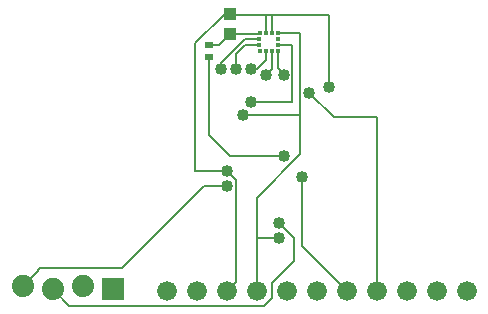
<source format=gbl>
G04 EAGLE Gerber RS-274X export*
G75*
%MOIN*%
%FSLAX36Y36*%
%LPD*%
%INBottom Copper Layer*%
%IPPOS*%
%AMOC8*
5,1,8,0,0,1.08239X$1,22.5*%
G01*
%ADD10R,0.014000X0.017000*%
%ADD11R,0.017000X0.014000*%
%ADD12R,0.027559X0.023622*%
%ADD13R,0.039370X0.043307*%
%ADD14C,0.066000*%
%ADD15R,0.074000X0.074000*%
%ADD16C,0.074000*%
%ADD17C,0.006000*%
%ADD18C,0.040000*%


D10*
X989528Y900000D03*
X969843Y900000D03*
X950157Y900000D03*
X930472Y900000D03*
D11*
X929000Y920157D03*
X929000Y939843D03*
D10*
X930472Y960000D03*
X950157Y960000D03*
X969843Y960000D03*
X989528Y960000D03*
D11*
X991000Y939843D03*
X991000Y920157D03*
D12*
X760000Y919685D03*
X760000Y880315D03*
D13*
X830000Y956535D03*
X830000Y1023465D03*
D14*
X620000Y100000D03*
X720000Y100000D03*
X820000Y100000D03*
X920000Y100000D03*
X1020000Y100000D03*
X1120000Y100000D03*
X1220000Y100000D03*
X1320000Y100000D03*
X1420000Y100000D03*
X1520000Y100000D03*
X1620000Y100000D03*
D15*
X440000Y105000D03*
D16*
X340000Y115000D03*
X240000Y105000D03*
X140000Y115000D03*
D17*
X715000Y500000D02*
X715000Y925000D01*
X820000Y500000D02*
X850000Y470000D01*
X820000Y500000D02*
X715000Y500000D01*
X850000Y470000D02*
X850000Y130000D01*
X820000Y100000D01*
X969843Y960000D02*
X969843Y989843D01*
X970000Y990000D01*
X950000Y1020000D02*
X830000Y1020000D01*
X810000Y1020000D01*
X715000Y925000D01*
X950000Y1020000D02*
X950157Y1019843D01*
X950157Y960000D01*
X950000Y1020000D02*
X970000Y1020000D01*
X970000Y990000D01*
X830000Y1020000D02*
X830000Y1023465D01*
D18*
X820000Y500000D03*
D17*
X970000Y1020000D02*
X1160000Y1020000D01*
X1160000Y780000D01*
D18*
X1160000Y780000D03*
X1010000Y820000D03*
D17*
X989528Y840472D02*
X989528Y900000D01*
X989528Y840472D02*
X1010000Y820000D01*
D18*
X950000Y820000D03*
D17*
X969843Y839843D02*
X969843Y900000D01*
X969843Y839843D02*
X950000Y820000D01*
X1070000Y250000D02*
X1220000Y100000D01*
X1070000Y250000D02*
X1070000Y480000D01*
D18*
X1070000Y480000D03*
D17*
X991157Y920000D02*
X991000Y920157D01*
X991157Y920000D02*
X1039000Y920000D01*
D18*
X900000Y730000D03*
D17*
X1039000Y730000D01*
X1039000Y920000D01*
X1065000Y960000D02*
X989528Y960000D01*
X1065000Y685000D02*
X1065000Y555000D01*
X1065000Y685000D02*
X1065000Y960000D01*
X1065000Y555000D02*
X920000Y410000D01*
X920000Y275000D02*
X920000Y100000D01*
X920000Y275000D02*
X920000Y410000D01*
X920000Y275000D02*
X995000Y275000D01*
X1065000Y685000D02*
X875000Y685000D01*
D18*
X995000Y275000D03*
X875000Y685000D03*
D17*
X928843Y920000D02*
X929000Y920157D01*
X928843Y920000D02*
X880000Y920000D01*
X850000Y890000D01*
X850000Y840000D01*
D18*
X850000Y840000D03*
D17*
X879843Y939843D02*
X929000Y939843D01*
X879843Y939843D02*
X800000Y860000D01*
X800000Y840000D01*
D18*
X800000Y840000D03*
D17*
X950157Y870157D02*
X950157Y900000D01*
X920000Y840000D02*
X900000Y840000D01*
X920000Y840000D02*
X950157Y870157D01*
D18*
X900000Y840000D03*
D17*
X760000Y880315D02*
X760000Y620000D01*
X830000Y550000D01*
X1010000Y550000D01*
D18*
X1010000Y550000D03*
D17*
X1317500Y677500D02*
X1320000Y675000D01*
X1317500Y677500D02*
X1177500Y677500D01*
X1095000Y760000D01*
X1320000Y675000D02*
X1320000Y100000D01*
D18*
X1095000Y760000D03*
D17*
X820000Y450000D02*
X745000Y450000D01*
X470000Y175000D01*
X195000Y175000D01*
X190000Y165000D01*
X140000Y115000D01*
D18*
X820000Y450000D03*
D17*
X995000Y325000D02*
X1045000Y275000D01*
X1045000Y200000D01*
X970000Y125000D01*
X970000Y75000D01*
X945000Y50000D01*
X295000Y50000D01*
X240000Y105000D01*
D18*
X995000Y325000D03*
D17*
X927008Y956535D02*
X930472Y960000D01*
X927008Y956535D02*
X830000Y956535D01*
X793150Y919685D01*
X760000Y919685D01*
M02*

</source>
